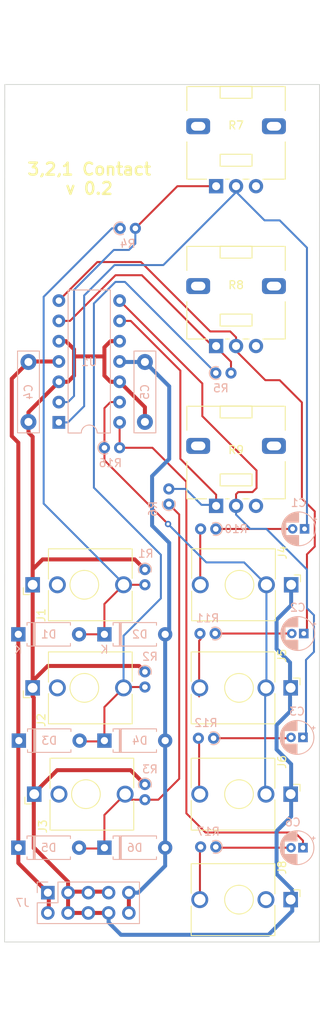
<source format=kicad_pcb>
(kicad_pcb (version 20211014) (generator pcbnew)
  (layers (0 "F.Cu" signal) (31 "B.Cu" signal) (34 "B.Paste" user) (35 "F.Paste" user) (36 "B.SilkS" user "B.Silkscreen") (37 "F.SilkS" user "F.Silkscreen") (38 "B.Mask" user) (39 "F.Mask" user) (44 "Edge.Cuts" user))
  (net 0 "")
  (net 1 "Net-(C1-Pad1)")
  (net 2 "Net-(R16-Pad1)")
  (net 3 "Net-(C1-Pad2)")
  (net 4 "Net-(C2-Pad1)")
  (net 5 "+12V")
  (net 6 "GND")
  (net 7 "-12V")
  (net 8 "Net-(C6-Pad2)")
  (net 9 "Net-(D1-Pad2)")
  (net 10 "Net-(D3-Pad2)")
  (net 11 "Net-(D5-Pad2)")
  (net 12 "Net-(J4-PadT)")
  (net 13 "Net-(J5-PadT)")
  (net 14 "Net-(J6-PadT)")
  (net 15 "Net-(J8-PadT)")
  (net 16 "Net-(C2-Pad2)")
  (net 17 "Net-(C3-Pad1)")
  (net 18 "Net-(C3-Pad2)")
  (net 19 "Net-(C6-Pad1)")
  (net 20 "Net-(R4-Pad2)")
  (net 21 "Net-(R5-Pad2)")
  (net 22 "Net-(R6-Pad2)")
  (footprint "Potentiometer_THT:Potentiometer_Alps_RK09L_Single_Vertical" (layer "F.Cu") (at 174.03 51.725 90)
    (fp_text reference "R7" (at 7.62 2.5) (layer "F.SilkS"))
    (fp_text value "10k")
    (pad "1" thru_hole rect (at 0 0 90) (size 1.8 1.8) (drill 1) (layers *.Cu *.Mask) (net 20 "Net-(R4-Pad2)"))
    (pad "2" thru_hole circle (at 0 2.5 90) (size 1.8 1.8) (drill 1) (layers *.Cu *.Mask) (net 1 "Net-(C1-Pad1)"))
    (pad "3" thru_hole circle (at 0 5 90) (size 1.8 1.8) (drill 1) (layers *.Cu *.Mask))
    (pad "MP" thru_hole roundrect (at 7.5 7.25 90) (size 2 3) (drill oval 1.1 1.8) (layers *.Cu *.Mask))
    (pad "MP" thru_hole roundrect (at 7.5 -2.25 90) (size 2 3) (drill oval 1.1 1.8) (layers *.Cu *.Mask))
  )
  (footprint "Connector_Audio:Jack_3.5mm_QingPu_WQP-PJ398SM_Vertical_CircularHoles" (layer "F.Cu") (at 151.02 101.6 90)
    (fp_text reference "J1" (at -3.81 1.08 90) (layer "F.SilkS"))
    (fp_text value "A In")
    (pad "S" thru_hole rect (at 0 0 270) (size 1.93 1.83) (drill 1.22) (layers *.Cu *.Mask) (net 6 "GND"))
    (pad "T" thru_hole circle (at 0 11.4 270) (size 2.13 2.13) (drill 1.43) (layers *.Cu *.Mask) (net 9 "Net-(D1-Pad2)"))
    (pad "TN" thru_hole circle (at 0 3.1 270) (size 2.13 2.13) (drill 1.42) (layers *.Cu *.Mask))
  )
  (footprint "Connector_Audio:Jack_3.5mm_QingPu_WQP-PJ398SM_Vertical_CircularHoles" (layer "F.Cu") (at 183.38 114.5 -90)
    (fp_text reference "J5" (at -4.03 1.08 90) (layer "F.SilkS"))
    (fp_text value "B Out")
    (pad "S" thru_hole rect (at 0 0 90) (size 1.93 1.83) (drill 1.22) (layers *.Cu *.Mask) (net 6 "GND"))
    (pad "T" thru_hole circle (at 0 11.4 90) (size 2.13 2.13) (drill 1.43) (layers *.Cu *.Mask) (net 13 "Net-(J5-PadT)"))
    (pad "TN" thru_hole circle (at 0 3.1 90) (size 2.13 2.13) (drill 1.42) (layers *.Cu *.Mask) (net 2 "Net-(R16-Pad1)"))
  )
  (footprint "Potentiometer_THT:Potentiometer_Alps_RK09L_Single_Vertical" (layer "F.Cu") (at 174.03 71.725 90)
    (fp_text reference "R8" (at 7.63 2.5) (layer "F.SilkS"))
    (fp_text value "10k")
    (pad "1" thru_hole rect (at 0 0 90) (size 1.8 1.8) (drill 1) (layers *.Cu *.Mask) (net 21 "Net-(R5-Pad2)"))
    (pad "2" thru_hole circle (at 0 2.5 90) (size 1.8 1.8) (drill 1) (layers *.Cu *.Mask) (net 4 "Net-(C2-Pad1)"))
    (pad "3" thru_hole circle (at 0 5 90) (size 1.8 1.8) (drill 1) (layers *.Cu *.Mask))
    (pad "MP" thru_hole roundrect (at 7.5 7.25 90) (size 2 3) (drill oval 1.1 1.8) (layers *.Cu *.Mask))
    (pad "MP" thru_hole roundrect (at 7.5 -2.25 90) (size 2 3) (drill oval 1.1 1.8) (layers *.Cu *.Mask))
  )
  (footprint "Connector_Audio:Jack_3.5mm_QingPu_WQP-PJ398SM_Vertical_CircularHoles" (layer "F.Cu") (at 183.38 127.8 -90)
    (fp_text reference "J6" (at -4.03 1.08 90) (layer "F.SilkS"))
    (fp_text value "C Out")
    (pad "S" thru_hole rect (at 0 0 90) (size 1.93 1.83) (drill 1.22) (layers *.Cu *.Mask) (net 6 "GND"))
    (pad "T" thru_hole circle (at 0 11.4 90) (size 2.13 2.13) (drill 1.43) (layers *.Cu *.Mask) (net 14 "Net-(J6-PadT)"))
    (pad "TN" thru_hole circle (at 0 3.1 90) (size 2.13 2.13) (drill 1.42) (layers *.Cu *.Mask) (net 2 "Net-(R16-Pad1)"))
  )
  (footprint "Connector_Audio:Jack_3.5mm_QingPu_WQP-PJ398SM_Vertical_CircularHoles" (layer "F.Cu") (at 183.44 101.6 -90)
    (fp_text reference "J4" (at -4.03 1.08 90) (layer "F.SilkS"))
    (fp_text value "A Out")
    (pad "S" thru_hole rect (at 0 0 90) (size 1.93 1.83) (drill 1.22) (layers *.Cu *.Mask) (net 6 "GND"))
    (pad "T" thru_hole circle (at 0 11.4 90) (size 2.13 2.13) (drill 1.43) (layers *.Cu *.Mask) (net 12 "Net-(J4-PadT)"))
    (pad "TN" thru_hole circle (at 0 3.1 90) (size 2.13 2.13) (drill 1.42) (layers *.Cu *.Mask) (net 2 "Net-(R16-Pad1)"))
  )
  (footprint "Connector_Audio:Jack_3.5mm_QingPu_WQP-PJ398SM_Vertical_CircularHoles" (layer "F.Cu") (at 151.02 114.5 90)
    (fp_text reference "J2" (at -4.03 1.08 90) (layer "F.SilkS"))
    (fp_text value "B In")
    (pad "S" thru_hole rect (at 0 0 270) (size 1.93 1.83) (drill 1.22) (layers *.Cu *.Mask) (net 6 "GND"))
    (pad "T" thru_hole circle (at 0 11.4 270) (size 2.13 2.13) (drill 1.43) (layers *.Cu *.Mask) (net 10 "Net-(D3-Pad2)"))
    (pad "TN" thru_hole circle (at 0 3.1 270) (size 2.13 2.13) (drill 1.42) (layers *.Cu *.Mask))
  )
  (footprint "Potentiometer_THT:Potentiometer_Alps_RK09L_Single_Vertical" (layer "F.Cu") (at 174.03 91.725 90)
    (fp_text reference "R9" (at 6.995 2.5) (layer "F.SilkS"))
    (fp_text value "10k")
    (pad "1" thru_hole rect (at 0 0 90) (size 1.8 1.8) (drill 1) (layers *.Cu *.Mask) (net 22 "Net-(R6-Pad2)"))
    (pad "2" thru_hole circle (at 0 2.5 90) (size 1.8 1.8) (drill 1) (layers *.Cu *.Mask) (net 17 "Net-(C3-Pad1)"))
    (pad "3" thru_hole circle (at 0 5 90) (size 1.8 1.8) (drill 1) (layers *.Cu *.Mask))
    (pad "MP" thru_hole roundrect (at 7.5 -2.25 90) (size 2 3) (drill oval 1.1 1.8) (layers *.Cu *.Mask))
    (pad "MP" thru_hole roundrect (at 7.5 7.25 90) (size 2 3) (drill oval 1.1 1.8) (layers *.Cu *.Mask))
  )
  (footprint "Connector_Audio:Jack_3.5mm_QingPu_WQP-PJ398SM_Vertical_CircularHoles" (layer "F.Cu") (at 151.22 127.8 90)
    (fp_text reference "J3" (at -4.03 1.08 90) (layer "F.SilkS"))
    (fp_text value "C In")
    (pad "S" thru_hole rect (at 0 0 270) (size 1.93 1.83) (drill 1.22) (layers *.Cu *.Mask) (net 6 "GND"))
    (pad "T" thru_hole circle (at 0 11.4 270) (size 2.13 2.13) (drill 1.43) (layers *.Cu *.Mask) (net 11 "Net-(D5-Pad2)"))
    (pad "TN" thru_hole circle (at 0 3.1 270) (size 2.13 2.13) (drill 1.42) (layers *.Cu *.Mask))
  )
  (footprint "Connector_Audio:Jack_3.5mm_QingPu_WQP-PJ398SM_Vertical_CircularHoles" (layer "F.Cu") (at 183.38 141 -90)
    (fp_text reference "J8" (at -4.03 1.08 90) (layer "F.SilkS"))
    (fp_text value "Mix Out")
    (pad "S" thru_hole rect (at 0 0 90) (size 1.93 1.83) (drill 1.22) (layers *.Cu *.Mask) (net 6 "GND"))
    (pad "T" thru_hole circle (at 0 11.4 90) (size 2.13 2.13) (drill 1.43) (layers *.Cu *.Mask) (net 15 "Net-(J8-PadT)"))
    (pad "TN" thru_hole circle (at 0 3.1 90) (size 2.13 2.13) (drill 1.42) (layers *.Cu *.Mask))
  )
  (footprint "Capacitor_THT:C_Rect_L10.0mm_W2.5mm_P7.50mm_MKS4" (layer "B.Cu") (at 165.1 73.72 -90)
    (fp_text reference "C5" (at 3.75 0 90) (layer "B.SilkS") (effects (justify mirror)))
    (fp_text value "10uF")
    (pad "1" thru_hole circle (at 0 0 270) (size 2 2) (drill 1) (layers *.Cu *.Mask) (net 7 "-12V"))
    (pad "2" thru_hole circle (at 7.5 0 270) (size 2 2) (drill 1) (layers *.Cu *.Mask) (net 6 "GND"))
  )
  (footprint "Diode_THT:D_A-405_P7.62mm_Horizontal" (layer "B.Cu") (at 149.225 107.8)
    (fp_text reference "D1" (at 3.81 0) (layer "B.SilkS") (effects (justify mirror)))
    (fp_text value "D")
    (fp_text user "K" (at 0 1.9) (layer "B.SilkS") (effects (justify mirror)))
    (pad "1" thru_hole rect (at 0 0) (size 1.8 1.8) (drill 0.9) (layers *.Cu *.Mask) (net 5 "+12V"))
    (pad "2" thru_hole oval (at 7.62 0) (size 1.8 1.8) (drill 0.9) (layers *.Cu *.Mask) (net 9 "Net-(D1-Pad2)"))
  )
  (footprint "Resistor_THT:R_Axial_DIN0204_L3.6mm_D1.6mm_P1.90mm_Vertical" (layer "B.Cu") (at 165.1 99.7 -90)
    (fp_text reference "R1" (at -2 -0.1) (layer "B.SilkS") (effects (justify mirror)))
    (fp_text value "1M")
    (pad "1" thru_hole circle (at 0 0 270) (size 1.4 1.4) (drill 0.7) (layers *.Cu *.Mask) (net 6 "GND"))
    (pad "2" thru_hole oval (at 1.9 0 270) (size 1.4 1.4) (drill 0.7) (layers *.Cu *.Mask) (net 9 "Net-(D1-Pad2)"))
  )
  (footprint "Resistor_THT:R_Axial_DIN0204_L3.6mm_D1.6mm_P1.90mm_Vertical" (layer "B.Cu") (at 173.985 94.615 180)
    (fp_text reference "R10" (at -2.545 0) (layer "B.SilkS") (effects (justify mirror)))
    (fp_text value "1k")
    (pad "1" thru_hole circle (at 0 0 180) (size 1.4 1.4) (drill 0.7) (layers *.Cu *.Mask) (net 3 "Net-(C1-Pad2)"))
    (pad "2" thru_hole oval (at 1.9 0 180) (size 1.4 1.4) (drill 0.7) (layers *.Cu *.Mask) (net 12 "Net-(J4-PadT)"))
  )
  (footprint "Resistor_THT:R_Axial_DIN0204_L3.6mm_D1.6mm_P1.90mm_Vertical" (layer "B.Cu") (at 162 57)
    (fp_text reference "R4" (at 0.95 1.92) (layer "B.SilkS") (effects (justify mirror)))
    (fp_text value "1k")
    (pad "1" thru_hole circle (at 0 0) (size 1.4 1.4) (drill 0.7) (layers *.Cu *.Mask) (net 9 "Net-(D1-Pad2)"))
    (pad "2" thru_hole oval (at 1.9 0) (size 1.4 1.4) (drill 0.7) (layers *.Cu *.Mask) (net 20 "Net-(R4-Pad2)"))
  )
  (footprint "Package_DIP:DIP-14_W7.62mm" (layer "B.Cu") (at 154.305 81.28)
    (fp_text reference "U1" (at 3.81 -7.565) (layer "B.SilkS") (effects (justify mirror)))
    (fp_text value "TL074")
    (pad "1" thru_hole rect (at 0 0) (size 1.6 1.6) (drill 0.8) (layers *.Cu *.Mask) (net 1 "Net-(C1-Pad1)"))
    (pad "2" thru_hole oval (at 0 -2.54) (size 1.6 1.6) (drill 0.8) (layers *.Cu *.Mask) (net 20 "Net-(R4-Pad2)"))
    (pad "3" thru_hole oval (at 0 -5.08) (size 1.6 1.6) (drill 0.8) (layers *.Cu *.Mask) (net 6 "GND"))
    (pad "4" thru_hole oval (at 0 -7.62) (size 1.6 1.6) (drill 0.8) (layers *.Cu *.Mask) (net 5 "+12V"))
    (pad "5" thru_hole oval (at 0 -10.16) (size 1.6 1.6) (drill 0.8) (layers *.Cu *.Mask) (net 6 "GND"))
    (pad "6" thru_hole oval (at 0 -12.7) (size 1.6 1.6) (drill 0.8) (layers *.Cu *.Mask) (net 21 "Net-(R5-Pad2)"))
    (pad "7" thru_hole oval (at 0 -15.24) (size 1.6 1.6) (drill 0.8) (layers *.Cu *.Mask) (net 4 "Net-(C2-Pad1)"))
    (pad "8" thru_hole oval (at 7.62 -15.24) (size 1.6 1.6) (drill 0.8) (layers *.Cu *.Mask) (net 17 "Net-(C3-Pad1)"))
    (pad "9" thru_hole oval (at 7.62 -12.7) (size 1.6 1.6) (drill 0.8) (layers *.Cu *.Mask) (net 22 "Net-(R6-Pad2)"))
    (pad "10" thru_hole oval (at 7.62 -10.16) (size 1.6 1.6) (drill 0.8) (layers *.Cu *.Mask) (net 6 "GND"))
    (pad "11" thru_hole oval (at 7.62 -7.62) (size 1.6 1.6) (drill 0.8) (layers *.Cu *.Mask) (net 7 "-12V"))
    (pad "12" thru_hole oval (at 7.62 -5.08) (size 1.6 1.6) (drill 0.8) (layers *.Cu *.Mask) (net 6 "GND"))
    (pad "13" thru_hole oval (at 7.62 -2.54) (size 1.6 1.6) (drill 0.8) (layers *.Cu *.Mask) (net 2 "Net-(R16-Pad1)"))
    (pad "14" thru_hole oval (at 7.62 0) (size 1.6 1.6) (drill 0.8) (layers *.Cu *.Mask) (net 19 "Net-(C6-Pad1)"))
  )
  (footprint "Resistor_THT:R_Axial_DIN0204_L3.6mm_D1.6mm_P1.90mm_Vertical" (layer "B.Cu") (at 173.995 75.1)
    (fp_text reference "R5" (at 0.63 1.905) (layer "B.SilkS") (effects (justify mirror)))
    (fp_text value "1k")
    (pad "1" thru_hole circle (at 0 0) (size 1.4 1.4) (drill 0.7) (layers *.Cu *.Mask) (net 10 "Net-(D3-Pad2)"))
    (pad "2" thru_hole oval (at 1.9 0) (size 1.4 1.4) (drill 0.7) (layers *.Cu *.Mask) (net 21 "Net-(R5-Pad2)"))
  )
  (footprint "Resistor_THT:R_Axial_DIN0204_L3.6mm_D1.6mm_P1.90mm_Vertical" (layer "B.Cu") (at 173.905 107.7 180)
    (fp_text reference "R11" (at 0.95 1.92) (layer "B.SilkS") (effects (justify mirror)))
    (fp_text value "1k")
    (pad "1" thru_hole circle (at 0 0 180) (size 1.4 1.4) (drill 0.7) (layers *.Cu *.Mask) (net 16 "Net-(C2-Pad2)"))
    (pad "2" thru_hole oval (at 1.9 0 180) (size 1.4 1.4) (drill 0.7) (layers *.Cu *.Mask) (net 13 "Net-(J5-PadT)"))
  )
  (footprint "Capacitor_THT:C_Rect_L10.0mm_W2.5mm_P7.50mm_MKS4" (layer "B.Cu") (at 150.495 73.72 -90)
    (fp_text reference "C4" (at 3.75 0 90) (layer "B.SilkS") (effects (justify mirror)))
    (fp_text value "10uF")
    (pad "1" thru_hole circle (at 0 0 270) (size 2 2) (drill 1) (layers *.Cu *.Mask) (net 5 "+12V"))
    (pad "2" thru_hole circle (at 7.5 0 270) (size 2 2) (drill 1) (layers *.Cu *.Mask) (net 6 "GND"))
  )
  (footprint "Diode_THT:D_A-405_P7.62mm_Horizontal" (layer "B.Cu") (at 149.225 134.5)
    (fp_text reference "D5" (at 3.81 0) (layer "B.SilkS") (effects (justify mirror)))
    (fp_text value "D" hide)
    (pad "1" thru_hole rect (at 0 0) (size 1.8 1.8) (drill 0.9) (layers *.Cu *.Mask) (net 5 "+12V"))
    (pad "2" thru_hole oval (at 7.62 0) (size 1.8 1.8) (drill 0.9) (layers *.Cu *.Mask) (net 11 "Net-(D5-Pad2)"))
  )
  (footprint "Capacitor_THT:CP_Radial_D4.0mm_P1.50mm" (layer "B.Cu") (at 185.0226 107.7 180)
    (fp_text reference "C2" (at 0.75 3.25) (layer "B.SilkS") (effects (justify mirror)))
    (fp_text value "10uF")
    (pad "1" thru_hole rect (at 0 0 180) (size 1.2 1.2) (drill 0.6) (layers *.Cu *.Mask) (net 4 "Net-(C2-Pad1)"))
    (pad "2" thru_hole circle (at 1.5 0 180) (size 1.2 1.2) (drill 0.6) (layers *.Cu *.Mask) (net 16 "Net-(C2-Pad2)"))
  )
  (footprint "Resistor_THT:R_Axial_DIN0204_L3.6mm_D1.6mm_P1.90mm_Vertical" (layer "B.Cu") (at 173.985 134.4 180)
    (fp_text reference "R17" (at 0.95 1.92) (layer "B.SilkS") (effects (justify mirror)))
    (fp_text value "1k")
    (pad "1" thru_hole circle (at 0 0 180) (size 1.4 1.4) (drill 0.7) (layers *.Cu *.Mask) (net 8 "Net-(C6-Pad2)"))
    (pad "2" thru_hole oval (at 1.9 0 180) (size 1.4 1.4) (drill 0.7) (layers *.Cu *.Mask) (net 15 "Net-(J8-PadT)"))
  )
  (footprint "Diode_THT:D_A-405_P7.62mm_Horizontal" (layer "B.Cu") (at 160.02 107.8)
    (fp_text reference "D2" (at 4.445 0) (layer "B.SilkS") (effects (justify mirror)))
    (fp_text value "D")
    (fp_text user "K" (at 0 1.9) (layer "B.SilkS") (effects (justify mirror)))
    (pad "1" thru_hole rect (at 0 0) (size 1.8 1.8) (drill 0.9) (layers *.Cu *.Mask) (net 9 "Net-(D1-Pad2)"))
    (pad "2" thru_hole oval (at 7.62 0) (size 1.8 1.8) (drill 0.9) (layers *.Cu *.Mask) (net 7 "-12V"))
  )
  (footprint "Diode_THT:D_A-405_P7.62mm_Horizontal" (layer "B.Cu") (at 160.02 134.5)
    (fp_text reference "D6" (at 3.81 0) (layer "B.SilkS") (effects (justify mirror)))
    (fp_text value "D" hide)
    (pad "1" thru_hole rect (at 0 0) (size 1.8 1.8) (drill 0.9) (layers *.Cu *.Mask) (net 11 "Net-(D5-Pad2)"))
    (pad "2" thru_hole oval (at 7.62 0) (size 1.8 1.8) (drill 0.9) (layers *.Cu *.Mask) (net 7 "-12V"))
  )
  (footprint "Capacitor_THT:CP_Radial_D4.0mm_P1.50mm" (layer "B.Cu") (at 184.9226 134.5 180)
    (fp_text reference "C6" (at 1.27 3.175) (layer "B.SilkS") (effects (justify mirror)))
    (fp_text value "10uF")
    (pad "1" thru_hole rect (at 0 0 180) (size 1.2 1.2) (drill 0.6) (layers *.Cu *.Mask) (net 19 "Net-(C6-Pad1)"))
    (pad "2" thru_hole circle (at 1.5 0 180) (size 1.2 1.2) (drill 0.6) (layers *.Cu *.Mask) (net 8 "Net-(C6-Pad2)"))
  )
  (footprint "Resistor_THT:R_Axial_DIN0204_L3.6mm_D1.6mm_P1.90mm_Vertical" (layer "B.Cu") (at 168.1 91.505 90)
    (fp_text reference "R6" (at -0.595 -2 90) (layer "B.SilkS") (effects (justify mirror)))
    (fp_text value "1k")
    (pad "1" thru_hole circle (at 0 0 90) (size 1.4 1.4) (drill 0.7) (layers *.Cu *.Mask) (net 11 "Net-(D5-Pad2)"))
    (pad "2" thru_hole oval (at 1.9 0 90) (size 1.4 1.4) (drill 0.7) (layers *.Cu *.Mask) (net 22 "Net-(R6-Pad2)"))
  )
  (footprint "Capacitor_THT:CP_Radial_D4.0mm_P1.50mm" (layer "B.Cu") (at 185.1226 94.6 180)
    (fp_text reference "C1" (at 0.75 3.25) (layer "B.SilkS") (effects (justify mirror)))
    (fp_text value "10uF")
    (pad "1" thru_hole rect (at 0 0 180) (size 1.2 1.2) (drill 0.6) (layers *.Cu *.Mask) (net 1 "Net-(C1-Pad1)"))
    (pad "2" thru_hole circle (at 1.5 0 180) (size 1.2 1.2) (drill 0.6) (layers *.Cu *.Mask) (net 3 "Net-(C1-Pad2)"))
  )
  (footprint "Capacitor_THT:CP_Radial_D4.0mm_P1.50mm" (layer "B.Cu") (at 184.9226 120.7 180)
    (fp_text reference "C3" (at 0.75 3.25) (layer "B.SilkS") (effects (justify mirror)))
    (fp_text value "10uF")
    (pad "1" thru_hole rect (at 0 0 180) (size 1.2 1.2) (drill 0.6) (layers *.Cu *.Mask) (net 17 "Net-(C3-Pad1)"))
    (pad "2" thru_hole circle (at 1.5 0 180) (size 1.2 1.2) (drill 0.6) (layers *.Cu *.Mask) (net 18 "Net-(C3-Pad2)"))
  )
  (footprint "Connector_PinHeader_2.54mm:PinHeader_2x05_P2.54mm_Vertical" (layer "B.Cu") (at 152.925 140.125 -90)
    (fp_text reference "J7" (at 1.27 3.175) (layer "B.SilkS") (effects (justify mirror)))
    (fp_text value "Eurorack Power")
    (pad "1" thru_hole rect (at 0 0 270) (size 1.7 1.7) (drill 1) (layers *.Cu *.Mask) (net 5 "+12V"))
    (pad "2" thru_hole oval (at 2.54 0 270) (size 1.7 1.7) (drill 1) (layers *.Cu *.Mask) (net 5 "+12V"))
    (pad "3" thru_hole oval (at 0 -2.54 270) (size 1.7 1.7) (drill 1) (layers *.Cu *.Mask) (net 6 "GND"))
    (pad "4" thru_hole oval (at 2.54 -2.54 270) (size 1.7 1.7) (drill 1) (layers *.Cu *.Mask) (net 6 "GND"))
    (pad "5" thru_hole oval (at 0 -5.08 270) (size 1.7 1.7) (drill 1) (layers *.Cu *.Mask) (net 6 "GND"))
    (pad "6" thru_hole oval (at 2.54 -5.08 270) (size 1.7 1.7) (drill 1) (layers *.Cu *.Mask) (net 6 "GND"))
    (pad "7" thru_hole oval (at 0 -7.62 270) (size 1.7 1.7) (drill 1) (layers *.Cu *.Mask) (net 6 "GND"))
    (pad "8" thru_hole oval (at 2.54 -7.62 270) (size 1.7 1.7) (drill 1) (layers *.Cu *.Mask) (net 6 "GND"))
    (pad "9" thru_hole oval (at 0 -10.16 270) (size 1.7 1.7) (drill 1) (layers *.Cu *.Mask) (net 7 "-12V"))
    (pad "10" thru_hole oval (at 2.54 -10.16 270) (size 1.7 1.7) (drill 1) (layers *.Cu *.Mask) (net 7 "-12V"))
  )
  (footprint "Resistor_THT:R_Axial_DIN0204_L3.6mm_D1.6mm_P1.90mm_Vertical" (layer "B.Cu") (at 160.025 84.455)
    (fp_text reference "R16" (at 0.74 1.905) (layer "B.SilkS") (effects (justify mirror)))
    (fp_text value "1k")
    (pad "1" thru_hole circle (at 0 0) (size 1.4 1.4) (drill 0.7) (layers *.Cu *.Mask) (net 2 "Net-(R16-Pad1)"))
    (pad "2" thru_hole oval (at 1.9 0) (size 1.4 1.4) (drill 0.7) (layers *.Cu *.Mask) (net 19 "Net-(C6-Pad1)"))
  )
  (footprint "Resistor_THT:R_Axial_DIN0204_L3.6mm_D1.6mm_P1.90mm_Vertical" (layer "B.Cu") (at 165.1 112.495 -90)
    (fp_text reference "R2" (at -1.91 -0.635) (layer "B.SilkS") (effects (justify mirror)))
    (fp_text value "1M")
    (pad "1" thru_hole circle (at 0 0 270) (size 1.4 1.4) (drill 0.7) (layers *.Cu *.Mask) (net 6 "GND"))
    (pad "2" thru_hole oval (at 1.9 0 270) (size 1.4 1.4) (drill 0.7) (layers *.Cu *.Mask) (net 10 "Net-(D3-Pad2)"))
  )
  (footprint "Resistor_THT:R_Axial_DIN0204_L3.6mm_D1.6mm_P1.90mm_Vertical" (layer "B.Cu") (at 173.705 120.8 180)
    (fp_text reference "R12" (at 0.95 1.92) (layer "B.SilkS") (effects (justify mirror)))
    (fp_text value "1k")
    (pad "1" thru_hole circle (at 0 0 180) (size 1.4 1.4) (drill 0.7) (layers *.Cu *.Mask) (net 18 "Net-(C3-Pad2)"))
    (pad "2" thru_hole oval (at 1.9 0 180) (size 1.4 1.4) (drill 0.7) (layers *.Cu *.Mask) (net 14 "Net-(J6-PadT)"))
  )
  (footprint "Diode_THT:D_A-405_P7.62mm_Horizontal" (layer "B.Cu") (at 149.29 121.1)
    (fp_text reference "D3" (at 3.81 0) (layer "B.SilkS") (effects (justify mirror)))
    (fp_text value "D")
    (pad "1" thru_hole rect (at 0 0) (size 1.8 1.8) (drill 0.9) (layers *.Cu *.Mask) (net 5 "+12V"))
    (pad "2" thru_hole oval (at 7.62 0) (size 1.8 1.8) (drill 0.9) (layers *.Cu *.Mask) (net 10 "Net-(D3-Pad2)"))
  )
  (footprint "Diode_THT:D_A-405_P7.62mm_Horizontal" (layer "B.Cu") (at 160.02 121.1)
    (fp_text reference "D4" (at 4.445 0) (layer "B.SilkS") (effects (justify mirror)))
    (fp_text value "D")
    (pad "1" thru_hole rect (at 0 0) (size 1.8 1.8) (drill 0.9) (layers *.Cu *.Mask) (net 10 "Net-(D3-Pad2)"))
    (pad "2" thru_hole oval (at 7.62 0) (size 1.8 1.8) (drill 0.9) (layers *.Cu *.Mask) (net 7 "-12V"))
  )
  (footprint "Resistor_THT:R_Axial_DIN0204_L3.6mm_D1.6mm_P1.90mm_Vertical" (layer "B.Cu") (at 165.1 126.595 -90)
    (fp_text reference "R3" (at -1.91 -0.635) (layer "B.SilkS") (effects (justify mirror)))
    (fp_text value "1M")
    (pad "1" thru_hole circle (at 0 0 270) (size 1.4 1.4) (drill 0.7) (layers *.Cu *.Mask) (net 6 "GND"))
    (pad "2" thru_hole oval (at 1.9 0 270) (size 1.4 1.4) (drill 0.7) (layers *.Cu *.Mask) (net 11 "Net-(D5-Pad2)"))
  )
  (gr_line (start 147.5225 39) (end 187 39) (layer "Edge.Cuts") (width 0.1))
  (gr_line (start 187 39) (end 186.9775 146.3) (layer "Edge.Cuts") (width 0.1))
  (gr_line (start 186.9775 146.3) (end 147.5 146.3) (layer "Edge.Cuts") (width 0.1))
  (gr_line (start 147.5 146.3) (end 147.5225 39) (layer "Edge.Cuts") (width 0.1))
  (gr_text "3,2,1 Contact\nv 0.2" (at 158.115 50.8) (layer "F.SilkS") (effects (font (size 1.5 1.5) (thickness 0.3))))
  (segment (start 185.42 94.615) (end 185.42 59.42) (width 0.25) (layer "B.Cu") (net 1))
  (segment (start 176.53 51.725) (end 176.53 52.47) (width 0.25) (layer "B.Cu") (net 1))
  (segment (start 176.53 52.43) (end 176.53 51.725) (width 0.25) (layer "B.Cu") (net 1))
  (segment (start 161.29 61.595) (end 157.48 65.405) (width 0.25) (layer "B.Cu") (net 1))
  (segment (start 155.448 81.28) (end 154.305 81.28) (width 0.25) (layer "B.Cu") (net 1))
  (segment (start 157.48 79.248) (end 155.448 81.28) (width 0.25) (layer "B.Cu") (net 1))
  (segment (start 180.1 56) (end 176.53 52.43) (width 0.25) (layer "B.Cu") (net 1))
  (segment (start 182 56) (end 180.1 56) (width 0.25) (layer "B.Cu") (net 1))
  (segment (start 176.53 52.47) (end 167.405 61.595) (width 0.25) (layer "B.Cu") (net 1))
  (segment (start 157.48 65.405) (end 157.48 79.248) (width 0.25) (layer "B.Cu") (net 1))
  (segment (start 167.405 61.595) (end 161.29 61.595) (width 0.25) (layer "B.Cu") (net 1))
  (segment (start 185.42 59.42) (end 182 56) (width 0.25) (layer "B.Cu") (net 1))
  (segment (start 160.782 78.74) (end 161.925 78.74) (width 0.25) (layer "F.Cu") (net 2))
  (segment (start 160.025 79.497) (end 160.782 78.74) (width 0.25) (layer "F.Cu") (net 2))
  (segment (start 160.025 86.025) (end 168 94) (width 0.25) (layer "F.Cu") (net 2))
  (segment (start 160.025 84.455) (end 160.025 79.497) (width 0.25) (layer "F.Cu") (net 2))
  (segment (start 160.025 84.455) (end 160.025 86.025) (width 0.25) (layer "F.Cu") (net 2))
  (via (at 168 94) (size 0.8) (drill 0.4) (layers "F.Cu" "B.Cu") (net 2))
  (segment (start 180.34 115.43) (end 180.34 101.6) (width 0.25) (layer "B.Cu") (net 2))
  (segment (start 180.34 101.6) (end 177.54 98.8) (width 0.25) (layer "B.Cu") (net 2))
  (segment (start 180.18 127.7) (end 180.18 115.59) (width 0.25) (layer "B.Cu") (net 2))
  (segment (start 180.18 115.59) (end 180.34 115.43) (width 0.25) (layer "B.Cu") (net 2))
  (segment (start 177.54 98.8) (end 172.8 98.8) (width 0.25) (layer "B.Cu") (net 2))
  (segment (start 172.8 98.8) (end 168 94) (width 0.25) (layer "B.Cu") (net 2))
  (segment (start 173.985 94.615) (end 183.92 94.615) (width 0.25) (layer "F.Cu") (net 3))
  (segment (start 185.42 107.1026) (end 185.42 97.79) (width 0.25) (layer "F.Cu") (net 4))
  (segment (start 185.42 97.79) (end 186.4 96.81) (width 0.25) (layer "F.Cu") (net 4))
  (segment (start 176.53 72.33) (end 176.53 71.725) (width 0.25) (layer "F.Cu") (net 4))
  (segment (start 159.131 61.214) (end 154.305 66.04) (width 0.25) (layer "F.Cu") (net 4))
  (segment (start 180.2 76) (end 176.53 72.33) (width 0.25) (layer "F.Cu") (net 4))
  (segment (start 184.785 78.785) (end 182 76) (width 0.25) (layer "F.Cu") (net 4))
  (segment (start 176.53 71.725) (end 176.53 70.63) (width 0.25) (layer "F.Cu") (net 4))
  (segment (start 173.294 69.9) (end 164.608 61.214) (width 0.25) (layer "F.Cu") (net 4))
  (segment (start 164.608 61.214) (end 159.131 61.214) (width 0.25) (layer "F.Cu") (net 4))
  (segment (start 182 76) (end 180.2 76) (width 0.25) (layer "F.Cu") (net 4))
  (segment (start 184.785 90.805) (end 184.785 78.785) (width 0.25) (layer "F.Cu") (net 4))
  (segment (start 186.4 96.81) (end 186.4 92.42) (width 0.25) (layer "F.Cu") (net 4))
  (segment (start 186.4 92.42) (end 184.785 90.805) (width 0.25) (layer "F.Cu") (net 4))
  (segment (start 175.8 69.9) (end 173.294 69.9) (width 0.25) (layer "F.Cu") (net 4))
  (segment (start 185.0226 107.5) (end 185.42 107.1026) (width 0.25) (layer "F.Cu") (net 4))
  (segment (start 176.53 70.63) (end 175.8 69.9) (width 0.25) (layer "F.Cu") (net 4))
  (segment (start 150.555 73.66) (end 154.305 73.66) (width 0.5) (layer "F.Cu") (net 5))
  (segment (start 153.04 142.55) (end 153.04 140.24) (width 0.5) (layer "F.Cu") (net 5))
  (segment (start 152.925 142.665) (end 153.04 142.55) (width 0.5) (layer "F.Cu") (net 5))
  (segment (start 148.4 82.995) (end 148.4 75.815) (width 0.5) (layer "F.Cu") (net 5))
  (segment (start 149.225 83.82) (end 148.4 82.995) (width 0.5) (layer "F.Cu") (net 5))
  (segment (start 148.4 75.815) (end 150.555 73.66) (width 0.5) (layer "F.Cu") (net 5))
  (segment (start 153.04 140.24) (end 149.225 136.425) (width 0.5) (layer "F.Cu") (net 5))
  (segment (start 149.225 136.425) (end 149.225 83.82) (width 0.5) (layer "F.Cu") (net 5))
  (segment (start 151.02 101.6) (end 151.02 99.678) (width 0.5) (layer "F.Cu") (net 6))
  (segment (start 151.02 83.075) (end 150.495 82.55) (width 0.5) (layer "F.Cu") (net 6))
  (segment (start 161.925 76.2) (end 160.782 76.2) (width 0.5) (layer "F.Cu") (net 6))
  (segment (start 151.16 129.54) (end 151.16 115.71) (width 0.5) (layer "F.Cu") (net 6))
  (segment (start 155.194 71.12) (end 156.21 72.136) (width 0.5) (layer "F.Cu") (net 6))
  (segment (start 151.26 134.56) (end 151.16 134.56) (width 0.5) (layer "F.Cu") (net 6))
  (segment (start 152.273 98.425) (end 163.825 98.425) (width 0.5) (layer "F.Cu") (net 6))
  (segment (start 160.42 140) (end 155.5 140) (width 0.5) (layer "F.Cu") (net 6))
  (segment (start 151.16 127.732) (end 154.092 124.8) (width 0.5) (layer "F.Cu") (net 6))
  (segment (start 151.16 115.71) (end 151.02 115.57) (width 0.5) (layer "F.Cu") (net 6))
  (segment (start 152.908 111.76) (end 151.02 113.648) (width 0.5) (layer "F.Cu") (net 6))
  (segment (start 160.545 140.125) (end 160.42 140) (width 0.5) (layer "F.Cu") (net 6))
  (segment (start 151.02 115.57) (end 151.02 101.6) (width 0.5) (layer "F.Cu") (net 6))
  (segment (start 165.1 81.22) (end 165.1 79.375) (width 0.5) (layer "F.Cu") (net 6))
  (segment (start 163.825 98.425) (end 165.1 99.7) (width 0.5) (layer "F.Cu") (net 6))
  (segment (start 156.21 75.438) (end 156.21 73.025) (width 0.5) (layer "F.Cu") (net 6))
  (segment (start 160.02 71.882) (end 160.782 71.12) (width 0.5) (layer "F.Cu") (net 6))
  (segment (start 165.1 79.375) (end 161.925 76.2) (width 0.5) (layer "F.Cu") (net 6))
  (segment (start 160.02 73.025) (end 156.21 73.025) (width 0.5) (layer "F.Cu") (net 6))
  (segment (start 151.02 101.6) (end 151.02 83.075) (width 0.5) (layer "F.Cu") (net 6))
  (segment (start 150.495 82.55) (end 150.495 80.01) (width 0.5) (layer "F.Cu") (net 6))
  (segment (start 155.448 76.2) (end 156.21 75.438) (width 0.5) (layer "F.Cu") (net 6))
  (segment (start 154.305 76.2) (end 155.448 76.2) (width 0.5) (layer "F.Cu") (net 6))
  (segment (start 155.465 138.765) (end 151.26 134.56) (width 0.5) (layer "F.Cu") (net 6))
  (segment (start 160.02 75.438) (end 160.02 73.025) (width 0.5) (layer "F.Cu") (net 6))
  (segment (start 156.21 72.136) (end 156.21 73.025) (width 0.5) (layer "F.Cu") (net 6))
  (segment (start 151.02 99.678) (end 152.273 98.425) (width 0.5) (layer "F.Cu") (net 6))
  (segment (start 160.02 73.025) (end 160.02 71.882) (width 0.5) (layer "F.Cu") (net 6))
  (segment (start 163.305 124.8) (end 165.1 126.595) (width 0.5) (layer "F.Cu") (net 6))
  (segment (start 160.782 71.12) (end 161.925 71.12) (width 0.5) (layer "F.Cu") (net 6))
  (segment (start 160.545 142.665) (end 155.465 142.665) (width 0.5) (layer "F.Cu") (net 6))
  (segment (start 154.305 71.12) (end 155.194 71.12) (width 0.5) (layer "F.Cu") (net 6))
  (segment (start 165.1 112.495) (end 164.365 111.76) (width 0.5) (layer "F.Cu") (net 6))
  (segment (start 160.782 76.2) (end 160.02 75.438) (width 0.5) (layer "F.Cu") (net 6))
  (segment (start 154.305 76.2) (end 150.495 80.01) (width 0.5) (layer "F.Cu") (net 6))
  (segment (start 154.092 124.8) (end 163.305 124.8) (width 0.5) (layer "F.Cu") (net 6))
  (segment (start 155.465 140.125) (end 155.465 138.765) (width 0.5) (layer "F.Cu") (net 6))
  (segment (start 164.365 111.76) (end 152.908 111.76) (width 0.5) (layer "F.Cu") (net 6))
  (segment (start 155.465 142.665) (end 155.465 140.125) (width 0.5) (layer "F.Cu") (net 6))
  (segment (start 151.02 113.648) (end 151.02 115.57) (width 0.5) (layer "F.Cu") (net 6))
  (segment (start 151.16 134.56) (end 151.16 129.54) (width 0.5) (layer "F.Cu") (net 6))
  (segment (start 151.16 129.54) (end 151.16 127.732) (width 0.5) (layer "F.Cu") (net 6))
  (segment (start 181.61 137.795) (end 183.58 139.765) (width 0.5) (layer "B.Cu") (net 6))
  (segment (start 180.6 145.4) (end 162.1 145.4) (width 0.5) (layer "B.Cu") (net 6))
  (segment (start 181.61 132.42625) (end 181.61 137.795) (width 0.5) (layer "B.Cu") (net 6))
  (segment (start 183.3 117.45625) (end 181.61 119.14625) (width 0.5) (layer "B.Cu") (net 6))
  (segment (start 162.1 145.4) (end 160.545 143.845) (width 0.5) (layer "B.Cu") (net 6))
  (segment (start 181.61 105.99) (end 181.61 109.6325) (width 0.5) (layer "B.Cu") (net 6))
  (segment (start 183.58 139.765) (end 183.58 142.42) (width 0.5) (layer "B.Cu") (net 6))
  (segment (start 183.44 104.16) (end 181.61 105.99) (width 0.5) (layer "B.Cu") (net 6))
  (segment (start 183.44 124.04) (end 183.44 130.59625) (width 0.5) (layer "B.Cu") (net 6))
  (segment (start 181.61 109.6325) (end 183.3 111.3225) (width 0.5) (layer "B.Cu") (net 6))
  (segment (start 183.58 142.42) (end 180.6 145.4) (width 0.5) (layer "B.Cu") (net 6))
  (segment (start 160.545 143.845) (end 160.545 142.665) (width 0.5) (layer "B.Cu") (net 6))
  (segment (start 183.44 130.59625) (end 181.61 132.42625) (width 0.5) (layer "B.Cu") (net 6))
  (segment (start 183.44 101.6) (end 183.44 104.16) (width 0.5) (layer "B.Cu") (net 6))
  (segment (start 181.61 122.21) (end 183.44 124.04) (width 0.5) (layer "B.Cu") (net 6))
  (segment (start 181.61 119.14625) (end 181.61 122.21) (width 0.5) (layer "B.Cu") (net 6))
  (segment (start 183.3 111.3225) (end 183.3 117.45625) (width 0.5) (layer "B.Cu") (net 6))
  (segment (start 163.085 142.665) (end 163.085 140.125) (width 0.5) (layer "F.Cu") (net 7))
  (segment (start 167.64 107.8) (end 168.148 107.292) (width 0.5) (layer "B.Cu") (net 7))
  (segment (start 166 88) (end 168.148 85.852) (width 0.5) (layer "B.Cu") (net 7))
  (segment (start 168.148 96.348) (end 166 94.2) (width 0.5) (layer "B.Cu") (net 7))
  (segment (start 164.285 140.125) (end 167.64 136.77) (width 0.5) (layer "B.Cu") (net 7))
  (segment (start 165.1 73.72) (end 161.985 73.72) (width 0.5) (layer "B.Cu") (net 7))
  (segment (start 168.148 76.768) (end 165.1 73.72) (width 0.5) (layer "B.Cu") (net 7))
  (segment (start 168.148 85.852) (end 168.148 76.768) (width 0.5) (layer "B.Cu") (net 7))
  (segment (start 161.985 73.72) (end 161.925 73.66) (width 0.5) (layer "B.Cu") (net 7))
  (segment (start 163.085 140.125) (end 164.285 140.125) (width 0.5) (layer "B.Cu") (net 7))
  (segment (start 168.148 107.292) (end 168.148 96.348) (width 0.5) (layer "B.Cu") (net 7))
  (segment (start 167.64 136.77) (end 167.64 107.8) (width 0.5) (layer "B.Cu") (net 7))
  (segment (start 166 94.2) (end 166 88) (width 0.5) (layer "B.Cu") (net 7))
  (segment (start 174.085 134.5) (end 182.8226 134.5) (width 0.25) (layer "F.Cu") (net 8))
  (segment (start 160.02 104) (end 162.42 101.6) (width 0.25) (layer "F.Cu") (net 9))
  (segment (start 162.42 101.6) (end 165.095 101.6) (width 0.25) (layer "F.Cu") (net 9))
  (segment (start 165.095 101.6) (end 165.1 101.605) (width 0.25) (layer "F.Cu") (net 9))
  (segment (start 157.63 107.8) (end 160.02 107.8) (width 0.25) (layer "F.Cu") (net 9))
  (segment (start 160.02 107.8) (end 160.02 104) (width 0.25) (layer "F.Cu") (net 9))
  (segment (start 160.96235 57) (end 152.4 65.56235) (width 0.25) (layer "B.Cu") (net 9))
  (segment (start 162.42 101.46) (end 152.4 91.44) (width 0.25) (layer "B.Cu") (net 9))
  (segment (start 162.42 101.6) (end 162.42 101.46) (width 0.25) (layer "B.Cu") (net 9))
  (segment (start 152.4 91.44) (end 152.4 65.56235) (width 0.25) (layer "B.Cu") (net 9))
  (segment (start 162 57) (end 160.96235 57) (width 0.25) (layer "B.Cu") (net 9))
  (segment (start 160.02 121.2) (end 160.02 116.9) (width 0.25) (layer "F.Cu") (net 10))
  (segment (start 156.845 121.2) (end 160.02 121.2) (width 0.25) (layer "F.Cu") (net 10))
  (segment (start 160.02 116.9) (end 162.525 114.395) (width 0.25) (layer "F.Cu") (net 10))
  (segment (start 162.525 114.395) (end 165.1 114.395) (width 0.25) (layer "F.Cu") (net 10))
  (segment (start 162.42 114.5) (end 162.42 107.98) (width 0.25) (layer "B.Cu") (net 10))
  (segment (start 158.7 66.4) (end 161.4 63.7) (width 0.25) (layer "B.Cu") (net 10))
  (segment (start 167.1 103.3) (end 167.1 97.85) (width 0.25) (layer "B.Cu") (net 10))
  (segment (start 162.595 63.7) (end 173.995 75.1) (width 0.25) (layer "B.Cu") (net 10))
  (segment (start 162.42 107.98) (end 167.1 103.3) (width 0.25) (layer "B.Cu") (net 10))
  (segment (start 158.7 89.45) (end 158.7 66.4) (width 0.25) (layer "B.Cu") (net 10))
  (segment (start 161.4 63.7) (end 162.595 63.7) (width 0.25) (layer "B.Cu") (net 10))
  (segment (start 167.1 97.85) (end 158.7 89.45) (width 0.25) (layer "B.Cu") (net 10))
  (segment (start 169.4 125.875) (end 169.4 92.805) (width 0.25) (layer "F.Cu") (net 11))
  (segment (start 163.315 128.495) (end 166.78 128.495) (width 0.25) (layer "F.Cu") (net 11))
  (segment (start 166.78 128.495) (end 169.4 125.875) (width 0.25) (layer "F.Cu") (net 11))
  (segment (start 156.845 134.6) (end 160.02 134.6) (width 0.25) (layer "F.Cu") (net 11))
  (segment (start 160.02 134.6) (end 160.02 130.4) (width 0.25) (layer "F.Cu") (net 11))
  (segment (start 162.62 127.8) (end 163.315 128.495) (width 0.25) (layer "F.Cu") (net 11))
  (segment (start 169.4 92.805) (end 168.1 91.505) (width 0.25) (layer "F.Cu") (net 11))
  (segment (start 160.02 130.4) (end 162.62 127.8) (width 0.25) (layer "F.Cu") (net 11))
  (segment (start 172.04 94.66) (end 172.085 94.615) (width 0.25) (layer "F.Cu") (net 12))
  (segment (start 172.04 101.6) (end 172.04 94.66) (width 0.25) (layer "F.Cu") (net 12))
  (segment (start 171.9 108.605) (end 172.085 108.42) (width 0.25) (layer "F.Cu") (net 13))
  (segment (start 171.9 115.57) (end 171.9 108.605) (width 0.25) (layer "F.Cu") (net 13))
  (segment (start 171.9 120.895) (end 171.805 120.8) (width 0.25) (layer "F.Cu") (net 14))
  (segment (start 171.9 127.68) (end 171.9 120.895) (width 0.25) (layer "F.Cu") (net 14))
  (segment (start 172 141.02) (end 172 134.485) (width 0.25) (layer "F.Cu") (net 15))
  (segment (start 172 134.485) (end 172.085 134.4) (width 0.25) (layer "F.Cu") (net 15))
  (segment (start 173.905 107.7) (end 183.7226 107.7) (width 0.25) (layer "F.Cu") (net 16))
  (segment (start 176.53 90.27) (end 176.8 90) (width 0.25) (layer "F.Cu") (net 17))
  (segment (start 179.1 89.5) (end 179.1 87.3) (width 0.25) (layer "F.Cu") (net 17))
  (segment (start 179.1 87.3) (end 172.3 80.5) (width 0.25) (layer "F.Cu") (net 17))
  (segment (start 172.3 76.415) (end 161.925 66.04) (width 0.25) (layer "F.Cu") (net 17))
  (segment (start 176.8 90) (end 178.6 90) (width 0.25) (layer "F.Cu") (net 17))
  (segment (start 176.53 91.725) (end 176.53 90.27) (width 0.25) (layer "F.Cu") (net 17))
  (segment (start 178.6 90) (end 179.1 89.5) (width 0.25) (layer "F.Cu") (net 17))
  (segment (start 172.3 80.5) (end 172.3 76.415) (width 0.25) (layer "F.Cu") (net 17))
  (segment (start 186.3 110) (end 186.3 105.4) (width 0.25) (layer "B.Cu") (net 17))
  (segment (start 185.3 111) (end 186.3 110) (width 0.25) (layer "B.Cu") (net 17))
  (segment (start 185.42 104.52) (end 185.42 99.695) (width 0.25) (layer "B.Cu") (net 17))
  (segment (start 185.42 99.695) (end 180.325 94.6) (width 0.25) (layer "B.Cu") (net 17))
  (segment (start 184.9226 120.7) (end 185.3 120.3226) (width 0.25) (layer "B.Cu") (net 17))
  (segment (start 180.325 94.6) (end 178.3 94.6) (width 0.25) (layer "B.Cu") (net 17))
  (segment (start 178.3 94.6) (end 176.53 92.83) (width 0.25) (layer "B.Cu") (net 17))
  (segment (start 186.3 105.4) (end 185.42 104.52) (width 0.25) (layer "B.Cu") (net 17))
  (segment (start 176.53 92.83) (end 176.53 91.725) (width 0.25) (layer "B.Cu") (net 17))
  (segment (start 185.3 120.3226) (end 185.3 111) (width 0.25) (layer "B.Cu") (net 17))
  (segment (start 183.3226 120.8) (end 183.4226 120.7) (width 0.25) (layer "F.Cu") (net 18))
  (segment (start 173.985 121) (end 174.185 120.8) (width 0.25) (layer "F.Cu") (net 18))
  (segment (start 174.185 120.8) (end 183.3226 120.8) (width 0.25) (layer "F.Cu") (net 18))
  (segment (start 170.3 130.2) (end 172.7 132.6) (width 0.25) (layer "F.Cu") (net 19))
  (segment (start 166.045 84.455) (end 170.3 88.71) (width 0.25) (layer "F.Cu") (net 19))
  (segment (start 161.925 84.455) (end 166.045 84.455) (width 0.25) (layer "F.Cu") (net 19))
  (segment (start 170.3 88.71) (end 170.3 130.2) (width 0.25) (layer "F.Cu") (net 19))
  (segment (start 161.925 84.455) (end 161.925 81.28) (width 0.25) (layer "F.Cu") (net 19))
  (segment (start 172.7 132.6) (end 183.9 132.6) (width 0.25) (layer "F.Cu") (net 19))
  (segment (start 183.9 132.6) (end 184.9226 133.6226) (width 0.25) (layer "F.Cu") (net 19))
  (segment (start 184.9226 133.6226) (end 184.9226 134.5) (width 0.25) (layer "F.Cu") (net 19))
  (segment (start 174.03 51.725) (end 169.175 51.725) (width 0.25) (layer "F.Cu") (net 20))
  (segment (start 169.175 51.725) (end 163.9 57) (width 0.25) (layer "F.Cu") (net 20))
  (segment (start 155.448 78.74) (end 156.21 77.978) (width 0.25) (layer "B.Cu") (net 20))
  (segment (start 163.9 57) (end 163.9 58.9) (width 0.25) (layer "B.Cu") (net 20))
  (segment (start 163.9 58.9) (end 163.1 59.7) (width 0.25) (layer "B.Cu") (net 20))
  (segment (start 156.21 77.978) (end 156.21 64.69) (width 0.25) (layer "B.Cu") (net 20))
  (segment (start 154.305 78.74) (end 155.448 78.74) (width 0.25) (layer "B.Cu") (net 20))
  (segment (start 161.2 59.7) (end 163.1 59.7) (width 0.25) (layer "B.Cu") (net 20))
  (segment (start 156.21 64.69) (end 161.2 59.7) (width 0.25) (layer "B.Cu") (net 20))
  (segment (start 174.03 71.725) (end 174.03 71.83) (width 0.25) (layer "F.Cu") (net 21))
  (segment (start 173.579 71.725) (end 174.03 71.725) (width 0.25) (layer "F.Cu") (net 21))
  (segment (start 175.895 73.695) (end 175.895 75.1) (width 0.25) (layer "F.Cu") (net 21))
  (segment (start 154.305 68.58) (end 155.702 68.58) (width 0.25) (layer "F.Cu") (net 21))
  (segment (start 164.719 62.865) (end 173.579 71.725) (width 0.25) (layer "F.Cu") (net 21))
  (segment (start 174.03 71.83) (end 175.895 73.695) (width 0.25) (layer "F.Cu") (net 21))
  (segment (start 161.417 62.865) (end 164.719 62.865) (width 0.25) (layer "F.Cu") (net 21))
  (segment (start 155.702 68.58) (end 161.417 62.865) (width 0.25) (layer "F.Cu") (net 21))
  (segment (start 169.545 85.845) (end 174.03 90.33) (width 0.25) (layer "F.Cu") (net 22))
  (segment (start 169.545 74.803) (end 169.545 85.845) (width 0.25) (layer "F.Cu") (net 22))
  (segment (start 161.925 68.58) (end 163.322 68.58) (width 0.25) (layer "F.Cu") (net 22))
  (segment (start 163.322 68.58) (end 169.545 74.803) (width 0.25) (layer "F.Cu") (net 22))
  (segment (start 174.03 90.33) (end 174.03 91.725) (width 0.25) (layer "F.Cu") (net 22))
  (segment (start 174.03 91.725) (end 173.905 91.6) (width 0.25) (layer "B.Cu") (net 22))
  (segment (start 172.2 91.6) (end 170.205 89.605) (width 0.25) (layer "B.Cu") (net 22))
  (segment (start 173.905 91.6) (end 172.2 91.6) (width 0.25) (layer "B.Cu") (net 22))
  (segment (start 170.205 89.605) (end 168.1 89.605) (width 0.25) (layer "B.Cu") (net 22))
)
</source>
